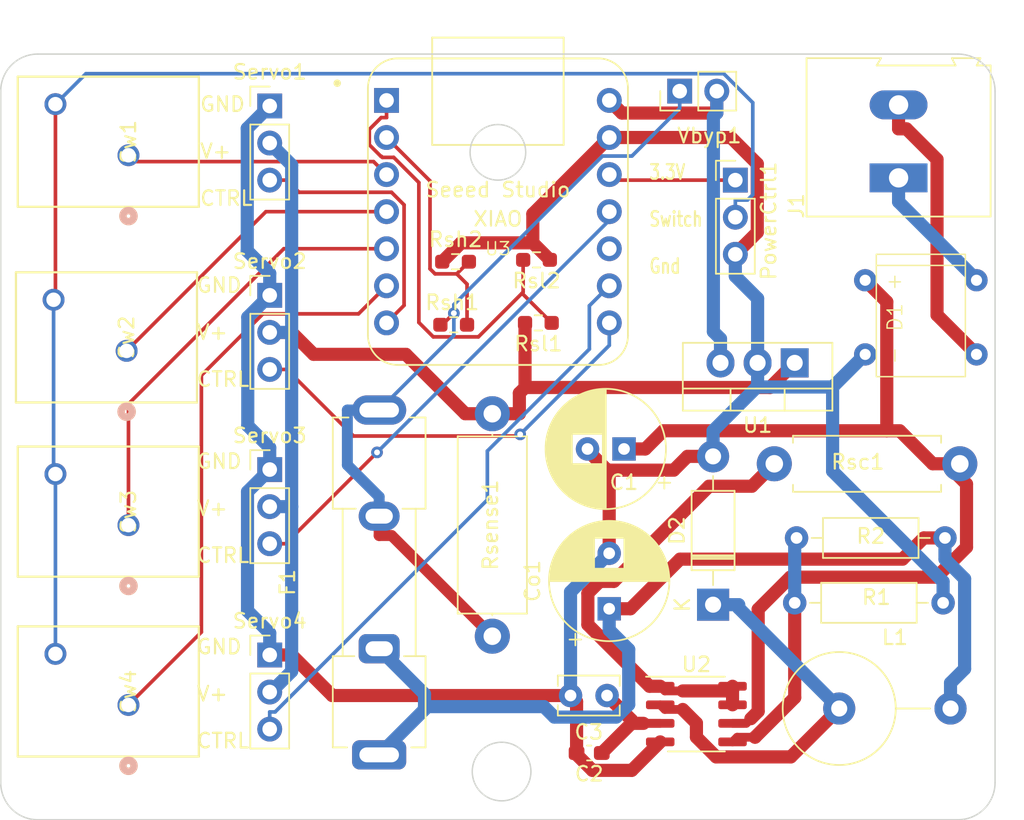
<source format=kicad_pcb>
(kicad_pcb (version 20221018) (generator pcbnew)
  (layers (0 "F.Cu" signal) (31 "B.Cu" signal) (34 "B.Paste" user) (35 "F.Paste" user) (36 "B.SilkS" user "B.Silkscreen") (37 "F.SilkS" user "F.Silkscreen") (38 "B.Mask" user) (39 "F.Mask" user) (44 "Edge.Cuts" user))
  (net 0 "")
  (net 1 "Net-(D1-+)")
  (net 2 "GND")
  (net 3 "Net-(U2-TC)")
  (net 4 "Net-(J1-Pin_1)")
  (net 5 "Net-(J1-Pin_2)")
  (net 6 "Net-(D2-K)")
  (net 7 "Net-(U2-Vfb)")
  (net 8 "Net-(U2-DC)")
  (net 9 "Net-(PowerCtrl1-Pin_1)")
  (net 10 "/Switch Ctrl")
  (net 11 "Net-(Servo1-Pin_3)")
  (net 12 "Net-(Co1-Pad1)")
  (net 13 "Net-(Servo3-Pin_3)")
  (net 14 "Net-(Servo4-Pin_3)")
  (net 15 "Net-(Sw1-Pin_1)")
  (net 16 "Net-(Sw2-Pin_1)")
  (net 17 "Net-(Sw3-Pin_1)")
  (net 18 "Net-(Sw4-Pin_1)")
  (net 19 "/Vboard")
  (net 20 "/RsenseH")
  (net 21 "/RsenseL")
  (net 22 "Net-(Servo2-Pin_3)")
  (net 23 "Net-(U1-VO)")
  (net 24 "/Vout")
  (footprint "Capacitor_THT:CP_Radial_D8.0mm_P3.80mm" (layer "F.Cu") (at 114.808 67.8427 90)
    (fp_text reference "Co1" (at 1.9 -5.25 90) (layer "F.SilkS"))
    (fp_text value "C_Polarized")
    (pad "1" thru_hole rect (at 0 0 90) (size 1.6 1.6) (drill 0.8) (layers "*.Cu" "*.Mask") (net 12 "Net-(Co1-Pad1)"))
    (pad "2" thru_hole circle (at 3.8 0 90) (size 1.6 1.6) (drill 0.8) (layers "*.Cu" "*.Mask") (net 2 "GND"))
  )
  (footprint "Package_TO_SOT_THT:TO-220-3_Vertical" (layer "F.Cu") (at 127.508 50.998 180)
    (fp_text reference "U1" (at 2.54 -4.27) (layer "F.SilkS"))
    (fp_text value "LM7805_TO220")
    (pad "1" thru_hole rect (at 0 0 180) (size 1.905 2) (drill 1.1) (layers "*.Cu" "*.Mask") (net 24 "/Vout"))
    (pad "2" thru_hole oval (at 2.54 0 180) (size 1.905 2) (drill 1.1) (layers "*.Cu" "*.Mask") (net 2 "GND"))
    (pad "3" thru_hole oval (at 5.08 0 180) (size 1.905 2) (drill 1.1) (layers "*.Cu" "*.Mask") (net 23 "Net-(U1-VO)"))
  )
  (footprint "Relay_parts:CONN_1985195" (layer "F.Cu") (at 81.8974 60.2636 90)
    (fp_text reference "Sw3" (at -0.925 0 90 unlocked) (layer "F.SilkS"))
    (fp_text value "Screw_Terminal_01x02" hide)
    (pad "1" thru_hole circle (at -1.85 0 90) (size 1.4986 1.4986) (drill 0.9906) (layers "*.Cu" "*.Mask") (net 17 "Net-(Sw3-Pin_1)"))
    (pad "2" thru_hole circle (at 1.650001 -5 90) (size 1.4986 1.4986) (drill 0.9906) (layers "*.Cu" "*.Mask") (net 10 "/Switch Ctrl"))
  )
  (footprint "Package_SO:SOIC-8_3.9x4.9mm_P1.27mm" (layer "F.Cu") (at 120.777 75.057)
    (fp_text reference "U2" (at 0 -3.4) (layer "F.SilkS"))
    (fp_text value "MC33063AD")
    (pad "1" smd roundrect (at -2.475 -1.905) (size 1.95 0.6) (layers "F.Cu" "F.Paste" "F.Mask") (net 8 "Net-(U2-DC)"))
    (pad "2" smd roundrect (at -2.475 -0.635) (size 1.95 0.6) (layers "F.Cu" "F.Paste" "F.Mask") (net 6 "Net-(D2-K)"))
    (pad "3" smd roundrect (at -2.475 0.635) (size 1.95 0.6) (layers "F.Cu" "F.Paste" "F.Mask") (net 3 "Net-(U2-TC)"))
    (pad "4" smd roundrect (at -2.475 1.905) (size 1.95 0.6) (layers "F.Cu" "F.Paste" "F.Mask") (net 2 "GND"))
    (pad "5" smd roundrect (at 2.475 1.905) (size 1.95 0.6) (layers "F.Cu" "F.Paste" "F.Mask") (net 7 "Net-(U2-Vfb)"))
    (pad "6" smd roundrect (at 2.475 0.635) (size 1.95 0.6) (layers "F.Cu" "F.Paste" "F.Mask") (net 1 "Net-(D1-+)"))
    (pad "7" smd roundrect (at 2.475 -0.635) (size 1.95 0.6) (layers "F.Cu" "F.Paste" "F.Mask") (net 8 "Net-(U2-DC)"))
    (pad "8" smd roundrect (at 2.475 -1.905) (size 1.95 0.6) (layers "F.Cu" "F.Paste" "F.Mask") (net 8 "Net-(U2-DC)"))
  )
  (footprint "Seeed Studio XIAO Series Library:XIAO-Generic-Thruhole-14P-2.54-21X17.8MM" (layer "F.Cu") (at 107.1903 40.64)
    (fp_text reference "U3" (at 0 2.54) (layer "F.SilkS") (effects (font (size 0.889 0.889) (thickness 0.1016))))
    (fp_text value "~" hide)
    (fp_text user "Seeed Studio" (at 0 -1.5 unlocked) (layer "F.SilkS"))
    (fp_text user "XIAO" (at 0 0.5 unlocked) (layer "F.SilkS"))
    (pad "1" thru_hole rect (at -7.625 -7.62) (size 1.7 1.7) (drill 1) (layers "*.Cu" "*.Mask") (net 21 "/RsenseL"))
    (pad "2" thru_hole circle (at -7.625 -5.08) (size 1.7 1.7) (drill 1) (layers "*.Cu" "*.Mask") (net 20 "/RsenseH"))
    (pad "3" thru_hole circle (at -7.625 -2.54) (size 1.7 1.7) (drill 1) (layers "*.Cu" "*.Mask") (net 15 "Net-(Sw1-Pin_1)"))
    (pad "4" thru_hole circle (at -7.625 0) (size 1.7 1.7) (drill 1) (layers "*.Cu" "*.Mask") (net 16 "Net-(Sw2-Pin_1)"))
    (pad "5" thru_hole circle (at -7.625 2.54) (size 1.7 1.7) (drill 1) (layers "*.Cu" "*.Mask") (net 17 "Net-(Sw3-Pin_1)"))
    (pad "6" thru_hole circle (at -7.625 5.08 180) (size 1.7 1.7) (drill 1) (layers "*.Cu" "*.Mask") (net 18 "Net-(Sw4-Pin_1)"))
    (pad "7" thru_hole circle (at -7.625 7.62) (size 1.7 1.7) (drill 1) (layers "*.Cu" "*.Mask") (net 11 "Net-(Servo1-Pin_3)"))
    (pad "8" thru_hole circle (at 7.625 7.62) (size 1.7 1.7) (drill 1) (layers "*.Cu" "*.Mask") (net 22 "Net-(Servo2-Pin_3)"))
    (pad "9" thru_hole circle (at 7.625 5.08) (size 1.7 1.7) (drill 1) (layers "*.Cu" "*.Mask") (net 14 "Net-(Servo4-Pin_3)"))
    (pad "10" thru_hole circle (at 7.625 2.54) (size 1.7 1.7) (drill 1) (layers "*.Cu" "*.Mask"))
    (pad "11" thru_hole circle (at 7.625 0) (size 1.7 1.7) (drill 1) (layers "*.Cu" "*.Mask") (net 13 "Net-(Servo3-Pin_3)"))
    (pad "12" thru_hole circle (at 7.625 -2.54) (size 1.7 1.7) (drill 1) (layers "*.Cu" "*.Mask") (net 9 "Net-(PowerCtrl1-Pin_1)"))
    (pad "13" thru_hole circle (at 7.625 -5.08) (size 1.7 1.7) (drill 1) (layers "*.Cu" "*.Mask") (net 2 "GND"))
    (pad "14" thru_hole circle (at 7.625 -7.62) (size 1.7 1.7) (drill 1) (layers "*.Cu" "*.Mask") (net 23 "Net-(U1-VO)"))
  )
  (footprint "Resistor_THT:R_Axial_DIN0414_L11.9mm_D4.5mm_P15.24mm_Horizontal" (layer "F.Cu") (at 106.807 69.723 90)
    (fp_text reference "Rsense1" (at 7.62 -0.127 90) (layer "F.SilkS"))
    (fp_text value "R")
    (pad "1" thru_hole circle (at 0 0 90) (size 2.4 2.4) (drill 1.2) (layers "*.Cu" "*.Mask") (net 19 "/Vboard"))
    (pad "2" thru_hole oval (at 15.24 0 90) (size 2.4 2.4) (drill 1.2) (layers "*.Cu" "*.Mask") (net 24 "/Vout"))
  )
  (footprint "Relay_parts:CONN_1985195" (layer "F.Cu") (at 81.8974 72.5826 90)
    (fp_text reference "Sw4" (at -0.925 0 90 unlocked) (layer "F.SilkS"))
    (fp_text value "Screw_Terminal_01x02" hide)
    (pad "1" thru_hole circle (at -1.85 0 90) (size 1.4986 1.4986) (drill 0.9906) (layers "*.Cu" "*.Mask") (net 18 "Net-(Sw4-Pin_1)"))
    (pad "2" thru_hole circle (at 1.650001 -5 90) (size 1.4986 1.4986) (drill 0.9906) (layers "*.Cu" "*.Mask") (net 10 "/Switch Ctrl"))
  )
  (footprint "Relay_parts:CONN_1985195" (layer "F.Cu") (at 81.7704 48.3256 90)
    (fp_text reference "Sw2" (at -0.925 0 90 unlocked) (layer "F.SilkS"))
    (fp_text value "Screw_Terminal_01x02" hide)
    (pad "1" thru_hole circle (at -1.85 0 90) (size 1.4986 1.4986) (drill 0.9906) (layers "*.Cu" "*.Mask") (net 16 "Net-(Sw2-Pin_1)"))
    (pad "2" thru_hole circle (at 1.650001 -5 90) (size 1.4986 1.4986) (drill 0.9906) (layers "*.Cu" "*.Mask") (net 10 "/Switch Ctrl"))
  )
  (footprint "Relay_parts:CONN_1985195" (layer "F.Cu") (at 81.8974 34.925 90)
    (fp_text reference "Sw1" (at -0.925 0 90 unlocked) (layer "F.SilkS"))
    (fp_text value "Screw_Terminal_01x02" hide)
    (pad "1" thru_hole circle (at -1.85 0 90) (size 1.4986 1.4986) (drill 0.9906) (layers "*.Cu" "*.Mask") (net 15 "Net-(Sw1-Pin_1)"))
    (pad "2" thru_hole circle (at 1.650001 -5 90) (size 1.4986 1.4986) (drill 0.9906) (layers "*.Cu" "*.Mask") (net 10 "/Switch Ctrl"))
  )
  (footprint "Resistor_THT:R_Axial_DIN0411_L9.9mm_D3.6mm_P12.70mm_Horizontal" (layer "F.Cu") (at 126.111 57.912)
    (fp_text reference "Rsc1" (at 5.715 -0.127) (layer "F.SilkS"))
    (fp_text value "R")
    (pad "1" thru_hole circle (at 0 0) (size 2.4 2.4) (drill 1.2) (layers "*.Cu" "*.Mask") (net 8 "Net-(U2-DC)"))
    (pad "2" thru_hole oval (at 12.7 0) (size 2.4 2.4) (drill 1.2) (layers "*.Cu" "*.Mask") (net 1 "Net-(D1-+)"))
  )
  (footprint "Capacitor_SMD:C_0603_1608Metric_Pad1.08x0.95mm_HandSolder" (layer "F.Cu") (at 113.4375 77.724 180)
    (fp_text reference "C2" (at 0 -1.43) (layer "F.SilkS"))
    (fp_text value "Ct")
    (pad "1" smd roundrect (at -0.8625 0 180) (size 1.075 0.95) (layers "F.Cu" "F.Paste" "F.Mask") (net 3 "Net-(U2-TC)"))
    (pad "2" smd roundrect (at 0.8625 0 180) (size 1.075 0.95) (layers "F.Cu" "F.Paste" "F.Mask") (net 2 "GND"))
  )
  (footprint "Resistor_SMD:R_0603_1608Metric_Pad0.98x0.95mm_HandSolder" (layer "F.Cu") (at 104.2905 44.069)
    (fp_text reference "Rsh2" (at 0 -1.524) (layer "F.SilkS"))
    (fp_text value "R")
    (pad "1" smd roundrect (at -0.9125 0) (size 0.975 0.95) (layers "F.Cu" "F.Paste" "F.Mask") (net 2 "GND"))
    (pad "2" smd roundrect (at 0.9125 0) (size 0.975 0.95) (layers "F.Cu" "F.Paste" "F.Mask") (net 20 "/RsenseH"))
  )
  (footprint "Fuse:Fuseholder_Clip-5x20mm_Keystone_3512P_Inline_P23.62x7.27mm_D1.02x2.41x1.02x1.57mm_Horizontal" (layer "F.Cu") (at 99.06 77.85 90)
    (fp_text reference "F1" (at 11.81 -6.278 90) (layer "F.SilkS"))
    (fp_text value "Fuse_Small")
    (pad "1" thru_hole roundrect (at 0 0 90) (size 2 3.7) (drill oval 1.02 2.71) (layers "*.Cu" "*.Mask") (net 12 "Net-(Co1-Pad1)"))
    (pad "1" thru_hole roundrect (at 7.27 0 90) (size 2 2.8) (drill oval 1.02 1.87) (layers "*.Cu" "*.Mask") (net 12 "Net-(Co1-Pad1)"))
    (pad "2" thru_hole oval (at 16.35 0 90) (size 2 2.8) (drill oval 1.02 1.87) (layers "*.Cu" "*.Mask") (net 19 "/Vboard"))
    (pad "2" thru_hole oval (at 23.62 0 90) (size 2 3.7) (drill oval 1.02 2.71) (layers "*.Cu" "*.Mask") (net 19 "/Vboard"))
  )
  (footprint "Diode_THT:D_DO-41_SOD81_P10.16mm_Horizontal" (layer "F.Cu") (at 121.92 67.564 90)
    (fp_text reference "D2" (at 5.08 -2.47 90) (layer "F.SilkS"))
    (fp_text value "1N5819")
    (fp_text user "K" (at 0 -2.1 90) (layer "F.SilkS"))
    (pad "1" thru_hole rect (at 0 0 90) (size 2.2 2.2) (drill 1.1) (layers "*.Cu" "*.Mask") (net 6 "Net-(D2-K)"))
    (pad "2" thru_hole oval (at 10.16 0 90) (size 2.2 2.2) (drill 1.1) (layers "*.Cu" "*.Mask") (net 2 "GND"))
  )
  (footprint "Resistor_SMD:R_0603_1608Metric_Pad0.98x0.95mm_HandSolder" (layer "F.Cu") (at 104.1635 48.387 180)
    (fp_text reference "Rsh1" (at 0.1035 1.524) (layer "F.SilkS"))
    (fp_text value "R")
    (pad "1" smd roundrect (at -0.9125 0 180) (size 0.975 0.95) (layers "F.Cu" "F.Paste" "F.Mask") (net 20 "/RsenseH"))
    (pad "2" smd roundrect (at 0.9125 0 180) (size 0.975 0.95) (layers "F.Cu" "F.Paste" "F.Mask") (net 19 "/Vboard"))
  )
  (footprint "Connector_PinHeader_2.54mm:PinHeader_1x03_P2.54mm_Vertical" (layer "F.Cu") (at 91.567 58.308)
    (fp_text reference "Servo3" (at 0 -2.33) (layer "F.SilkS"))
    (fp_text value "Conn_01x03_Pin")
    (pad "1" thru_hole rect (at 0 0) (size 1.7 1.7) (drill 1) (layers "*.Cu" "*.Mask") (net 2 "GND"))
    (pad "2" thru_hole oval (at 0 2.54) (size 1.7 1.7) (drill 1) (layers "*.Cu" "*.Mask") (net 24 "/Vout"))
    (pad "3" thru_hole oval (at 0 5.08) (size 1.7 1.7) (drill 1) (layers "*.Cu" "*.Mask") (net 13 "Net-(Servo3-Pin_3)"))
  )
  (footprint "Capacitor_THT:C_Rect_L4.0mm_W2.5mm_P2.50mm" (layer "F.Cu") (at 114.661 73.787 180)
    (fp_text reference "C3" (at 1.25 -2.5 180) (layer "F.SilkS"))
    (fp_text value "Ct")
    (pad "1" thru_hole circle (at 0 0 180) (size 1.6 1.6) (drill 0.8) (layers "*.Cu" "*.Mask") (net 3 "Net-(U2-TC)"))
    (pad "2" thru_hole circle (at 2.5 0 180) (size 1.6 1.6) (drill 0.8) (layers "*.Cu" "*.Mask") (net 2 "GND"))
  )
  (footprint "Connector_PinHeader_2.54mm:PinHeader_1x02_P2.54mm_Vertical" (layer "F.Cu") (at 119.634 32.385 90)
    (fp_text reference "Vbyp1" (at -3.048 2.032 180) (layer "F.SilkS"))
    (fp_text value "Conn_01x02_Pin")
    (pad "1" thru_hole rect (at 0 0 90) (size 1.7 1.7) (drill 1) (layers "*.Cu" "*.Mask") (net 19 "/Vboard"))
    (pad "2" thru_hole oval (at 0 2.54 90) (size 1.7 1.7) (drill 1) (layers "*.Cu" "*.Mask") (net 23 "Net-(U1-VO)"))
  )
  (footprint "Connector_PinHeader_2.54mm:PinHeader_1x03_P2.54mm_Vertical" (layer "F.Cu") (at 91.567 33.401)
    (fp_text reference "Servo1" (at 0 -2.33) (layer "F.SilkS"))
    (fp_text value "Conn_01x03_Pin")
    (pad "1" thru_hole rect (at 0 0) (size 1.7 1.7) (drill 1) (layers "*.Cu" "*.Mask") (net 2 "GND"))
    (pad "2" thru_hole oval (at 0 2.54) (size 1.7 1.7) (drill 1) (layers "*.Cu" "*.Mask") (net 24 "/Vout"))
    (pad "3" thru_hole oval (at 0 5.08) (size 1.7 1.7) (drill 1) (layers "*.Cu" "*.Mask") (net 11 "Net-(Servo1-Pin_3)"))
  )
  (footprint "Capacitor_THT:CP_Radial_D8.0mm_P2.50mm" (layer "F.Cu") (at 115.824 56.896 180)
    (fp_text reference "C1" (at 0.009651 -2.286) (layer "F.SilkS"))
    (fp_text value "C_Polarized")
    (pad "1" thru_hole rect (at 0 0 180) (size 1.6 1.6) (drill 0.8) (layers "*.Cu" "*.Mask") (net 1 "Net-(D1-+)"))
    (pad "2" thru_hole circle (at 2.5 0 180) (size 1.6 1.6) (drill 0.8) (layers "*.Cu" "*.Mask") (net 2 "GND"))
  )
  (footprint "Connector_PinHeader_2.54mm:PinHeader_1x03_P2.54mm_Vertical" (layer "F.Cu") (at 91.567 46.37)
    (fp_text reference "Servo2" (at 0 -2.33) (layer "F.SilkS"))
    (fp_text value "Conn_01x03_Pin")
    (pad "1" thru_hole rect (at 0 0) (size 1.7 1.7) (drill 1) (layers "*.Cu" "*.Mask") (net 2 "GND"))
    (pad "2" thru_hole oval (at 0 2.54) (size 1.7 1.7) (drill 1) (layers "*.Cu" "*.Mask") (net 24 "/Vout"))
    (pad "3" thru_hole oval (at 0 5.08) (size 1.7 1.7) (drill 1) (layers "*.Cu" "*.Mask") (net 22 "Net-(Servo2-Pin_3)"))
  )
  (footprint "Inductor_THT:L_Axial_L16.0mm_D7.5mm_P7.62mm_Vertical_Fastron_XHBCC" (layer "F.Cu") (at 130.556 74.676)
    (fp_text reference "L1" (at 3.81 -4.87) (layer "F.SilkS"))
    (fp_text value "L")
    (pad "1" thru_hole circle (at 0 0) (size 2.2 2.2) (drill 1.1) (layers "*.Cu" "*.Mask") (net 6 "Net-(D2-K)"))
    (pad "2" thru_hole oval (at 7.62 0) (size 2.2 2.2) (drill 1.1) (layers "*.Cu" "*.Mask") (net 12 "Net-(Co1-Pad1)"))
  )
  (footprint "Connector_PinHeader_2.54mm:PinHeader_1x03_P2.54mm_Vertical" (layer "F.Cu") (at 123.444 38.481)
    (fp_text reference "PowerCtrl1" (at 2.286 2.794 90) (layer "F.SilkS"))
    (fp_text value "Conn_01x03_Pin")
    (pad "1" thru_hole rect (at 0 0) (size 1.7 1.7) (drill 1) (layers "*.Cu" "*.Mask") (net 9 "Net-(PowerCtrl1-Pin_1)"))
    (pad "2" thru_hole oval (at 0 2.54) (size 1.7 1.7) (drill 1) (layers "*.Cu" "*.Mask") (net 10 "/Switch Ctrl"))
    (pad "3" thru_hole oval (at 0 5.08) (size 1.7 1.7) (drill 1) (layers "*.Cu" "*.Mask") (net 2 "GND"))
  )
  (footprint "Resistor_THT:R_Axial_DIN0207_L6.3mm_D2.5mm_P10.16mm_Horizontal" (layer "F.Cu") (at 127.508 67.437)
    (fp_text reference "R1" (at 5.588 -0.381) (layer "F.SilkS"))
    (fp_text value "R")
    (pad "1" thru_hole circle (at 0 0) (size 1.6 1.6) (drill 0.8) (layers "*.Cu" "*.Mask") (net 7 "Net-(U2-Vfb)"))
    (pad "2" thru_hole oval (at 10.16 0) (size 1.6 1.6) (drill 0.8) (layers "*.Cu" "*.Mask") (net 2 "GND"))
  )
  (footprint "Resistor_THT:R_Axial_DIN0207_L6.3mm_D2.5mm_P10.16mm_Horizontal" (layer "F.Cu") (at 127.635 62.992)
    (fp_text reference "R2" (at 5.08 -0.127) (layer "F.SilkS"))
    (fp_text value "R")
    (pad "1" thru_hole circle (at 0 0) (size 1.6 1.6) (drill 0.8) (layers "*.Cu" "*.Mask") (net 7 "Net-(U2-Vfb)"))
    (pad "2" thru_hole oval (at 10.16 0) (size 1.6 1.6) (drill 0.8) (layers "*.Cu" "*.Mask") (net 12 "Net-(Co1-Pad1)"))
  )
  (footprint "TerminalBlock:TerminalBlock_Altech_AK300-2_P5.00mm" (layer "F.Cu") (at 134.62 38.325 90)
    (fp_text reference "J1" (at -1.92 -6.99 90) (layer "F.SilkS"))
    (fp_text value "24Vac")
    (pad "1" thru_hole rect (at 0 0 90) (size 1.98 3.96) (drill 1.32) (layers "*.Cu" "*.Mask") (net 4 "Net-(J1-Pin_1)"))
    (pad "2" thru_hole oval (at 5 0 90) (size 1.98 3.96) (drill 1.32) (layers "*.Cu" "*.Mask") (net 5 "Net-(J1-Pin_2)"))
  )
  (footprint "Connector_PinHeader_2.54mm:PinHeader_1x03_P2.54mm_Vertical" (layer "F.Cu") (at 91.567 71.008)
    (fp_text reference "Servo4" (at 0 -2.33) (layer "F.SilkS"))
    (fp_text value "Conn_01x03_Pin")
    (pad "1" thru_hole rect (at 0 0) (size 1.7 1.7) (drill 1) (layers "*.Cu" "*.Mask") (net 2 "GND"))
    (pad "2" thru_hole oval (at 0 2.54) (size 1.7 1.7) (drill 1) (layers "*.Cu" "*.Mask") (net 24 "/Vout"))
    (pad "3" thru_hole oval (at 0 5.08) (size 1.7 1.7) (drill 1) (layers "*.Cu" "*.Mask") (net 14 "Net-(Servo4-Pin_3)"))
  )
  (footprint "Resistor_SMD:R_0603_1608Metric_Pad0.98x0.95mm_HandSolder" (layer "F.Cu") (at 109.9585 48.26 180)
    (fp_text reference "Rsl1" (at 0 -1.43) (layer "F.SilkS"))
    (fp_text value "R")
    (pad "1" smd roundrect (at -0.9125 0 180) (size 0.975 0.95) (layers "F.Cu" "F.Paste" "F.Mask") (net 21 "/RsenseL"))
    (pad "2" smd roundrect (at 0.9125 0 180) (size 0.975 0.95) (layers "F.Cu" "F.Paste" "F.Mask") (net 24 "/Vout"))
  )
  (footprint "CustomParts:DB_M" (layer "F.Cu") (at 134.874 47.879 90)
    (fp_text reference "D1" (at 0 -0.5 90 unlocked) (layer "F.SilkS") (effects (font (thickness 0.1))))
    (fp_text value "D_Bridge_+-AA")
    (fp_text user "-     +" (at -3.302 0 90 unlocked) (layer "F.SilkS") (effects (font (thickness 0.1)) (justify left bottom)))
    (pad "1" thru_hole circle (at 2.54 -2.54 90) (size 1.524 1.524) (drill 0.762) (layers "*.Cu" "*.Mask") (net 1 "Net-(D1-+)"))
    (pad "2" thru_hole circle (at -2.54 -2.54 90) (size 1.524 1.524) (drill 0.762) (layers "*.Cu" "*.Mask") (net 2 "GND"))
    (pad "3" thru_hole circle (at -2.54 5.08 90) (size 1.524 1.524) (drill 0.762) (layers "*.Cu" "*.Mask") (net 5 "Net-(J1-Pin_2)"))
    (pad "4" thru_hole circle (at 2.54 5.08 90) (size 1.524 1.524) (drill 0.762) (layers "*.Cu" "*.Mask") (net 4 "Net-(J1-Pin_1)"))
  )
  (footprint "Resistor_SMD:R_0603_1608Metric_Pad0.98x0.95mm_HandSolder" (layer "F.Cu") (at 109.8315 43.942 180)
    (fp_text reference "Rsl2" (at 0 -1.43) (layer "F.SilkS"))
    (fp_text value "R")
    (pad "1" smd roundrect (at -0.9125 0 180) (size 0.975 0.95) (layers "F.Cu" "F.Paste" "F.Mask") (net 2 "GND"))
    (pad "2" smd roundrect (at 0.9125 0 180) (size 0.975 0.95) (layers "F.Cu" "F.Paste" "F.Mask") (net 21 "/RsenseL"))
  )
  (gr_line (start 73.151999 32.384999) (end 73.152 79.755999) (stroke (width 0.1)) (layer "Edge.Cuts"))
  (gr_line (start 138.684 29.845) (end 75.691999 29.844999) (stroke (width 0.1)) (layer "Edge.Cuts"))
  (gr_arc (start 138.684 29.845) (mid 140.480051 30.588949) (end 141.224 32.385) (stroke (width 0.1)) (layer "Edge.Cuts"))
  (gr_circle (center 107.442 78.994) (end 108.077 80.899) (stroke (width 0.1)) (fill none) (layer "Edge.Cuts"))
  (gr_circle (center 107.188 36.576) (end 107.188 38.481) (stroke (width 0.1)) (fill none) (layer "Edge.Cuts"))
  (gr_arc (start 75.692 82.295999) (mid 73.895949 81.55205) (end 73.152 79.755999) (stroke (width 0.1)) (layer "Edge.Cuts"))
  (gr_arc (start 73.151999 32.384999) (mid 73.895948 30.588948) (end 75.691999 29.844999) (stroke (width 0.1)) (layer "Edge.Cuts"))
  (gr_line (start 75.692 82.295999) (end 138.684001 82.296) (stroke (width 0.1)) (layer "Edge.Cuts"))
  (gr_line (start 141.224001 79.756) (end 141.224 32.385) (stroke (width 0.1)) (layer "Edge.Cuts"))
  (gr_arc (start 141.224001 79.756) (mid 140.480052 81.552051) (end 138.684001 82.296) (stroke (width 0.1)) (layer "Edge.Cuts"))
  (gr_text "GND\n\nV+\n\nCTRL" (at 86.487 64.77) (layer "F.SilkS") (effects (font (size 1 1)) (justify left bottom)))
  (gr_text "GND\n\nV+\n\nCTRL" (at 86.487 52.705) (layer "F.SilkS") (effects (font (size 1 1)) (justify left bottom)))
  (gr_text "3.3V\n\nSwitch\n\nGnd" (at 117.475 44.958) (layer "F.SilkS") (effects (font (size 1 0.75)) (justify left bottom)))
  (gr_text "GND\n\nV+\n\nCTRL" (at 86.7156 40.3077) (layer "F.SilkS") (effects (font (size 1 1)) (justify left bottom)))
  (gr_text "GND\n\nV+\n\nCTRL" (at 86.487 77.47) (layer "F.SilkS") (effects (font (size 1 1)) (justify left bottom)))
  (segment (start 124.1877 75.692) (end 124.5067 75.373) (width 0.601) (layer "F.Cu") (net 1))
  (segment (start 138.811 57.912) (end 137.8851 57.912) (width 0.9) (layer "F.Cu") (net 1))
  (segment (start 127.2063 65.6785) (end 125.0081 67.8767) (width 0.9) (layer "F.Cu") (net 1))
  (segment (start 132.334 45.339) (end 133.8109 46.8159) (width 0.9) (layer "F.Cu") (net 1))
  (segment (start 137.8851 57.912) (end 139.2711 59.298) (width 0.9) (layer "F.Cu") (net 1))
  (segment (start 123.252 75.692) (end 124.1877 75.692) (width 0.601) (layer "F.Cu") (net 1))
  (segment (start 133.8109 46.8159) (end 133.8109 55.6499) (width 0.9) (layer "F.Cu") (net 1))
  (segment (start 139.2711 63.6263) (end 137.2189 65.6785) (width 0.9) (layer "F.Cu") (net 1))
  (segment (start 139.2711 59.298) (end 139.2711 63.6263) (width 0.9) (layer "F.Cu") (net 1))
  (segment (start 118.522 55.6499) (end 133.8109 55.6499) (width 0.9) (layer "F.Cu") (net 1))
  (segment (start 125.0081 74.8716) (end 124.5067 75.373) (width 0.9) (layer "F.Cu") (net 1))
  (segment (start 133.8109 55.6499) (end 134.697 55.6499) (width 0.9) (layer "F.Cu") (net 1))
  (segment (start 137.8851 57.912) (end 136.9591 57.912) (width 0.9) (layer "F.Cu") (net 1))
  (segment (start 117.2759 56.896) (end 118.522 55.6499) (width 0.9) (layer "F.Cu") (net 1))
  (segment (start 137.2189 65.6785) (end 127.2063 65.6785) (width 0.9) (layer "F.Cu") (net 1))
  (segment (start 125.0081 67.8767) (end 125.0081 74.8716) (width 0.9) (layer "F.Cu") (net 1))
  (segment (start 115.824 56.896) (end 117.2759 56.896) (width 0.9) (layer "F.Cu") (net 1))
  (segment (start 134.697 55.6499) (end 136.9591 57.912) (width 0.9) (layer "F.Cu") (net 1))
  (segment (start 114.8153 35.56) (end 109.5789 40.7964) (width 0.9) (layer "F.Cu") (net 2))
  (segment (start 113.324 56.9962) (end 113.324 56.896) (width 0.9) (layer "F.Cu") (net 2))
  (segment (start 123.444 43.561) (end 124.9459 42.0591) (width 0.9) (layer "F.Cu") (net 2))
  (segment (start 120.1681 57.404) (end 119.2242 58.3479) (width 0.9) (layer "F.Cu") (net 2))
  (segment (start 114.6757 58.3479) (end 113.324 56.9962) (width 0.9) (layer "F.Cu") (net 2))
  (segment (start 112.575 77.724) (end 112.575 74.201) (width 0.9) (layer "F.Cu") (net 2))
  (segment (start 112.575 74.201) (end 112.161 73.787) (width 0.9) (layer "F.Cu") (net 2))
  (segment (start 109.5789 40.7964) (end 109.5789 42.7769) (width 0.9) (layer "F.Cu") (net 2))
  (segment (start 124.9459 37.361) (end 123.1449 35.56) (width 0.9) (layer "F.Cu") (net 2))
  (segment (start 91.567 71.008) (end 93.0689 71.008) (width 0.9) (layer "F.Cu") (net 2))
  (segment (start 123.1449 35.56) (end 114.8153 35.56) (width 0.9) (layer "F.Cu") (net 2))
  (segment (start 118.302 76.962) (end 116.3513 78.9127) (width 0.9) (layer "F.Cu") (net 2))
  (segment (start 124.9459 42.0591) (end 124.9459 37.361) (width 0.9) (layer "F.Cu") (net 2))
  (segment (start 109.5789 42.7769) (end 110.744 43.942) (width 0.9) (layer "F.Cu") (net 2))
  (segment (start 95.8479 73.787) (end 93.0689 71.008) (width 0.9) (layer "F.Cu") (net 2))
  (segment (start 112.575 77.829) (end 112.575 77.724) (width 0.9) (layer "F.Cu") (net 2))
  (segment (start 121.92 57.404) (end 120.1681 57.404) (width 0.9) (layer "F.Cu") (net 2))
  (segment (start 114.808 58.3479) (end 114.6757 58.3479) (width 0.9) (layer "F.Cu") (net 2))
  (segment (start 114.808 58.3479) (end 114.808 64.0427) (width 0.9) (layer "F.Cu") (net 2))
  (segment (start 112.161 73.787) (end 95.8479 73.787) (width 0.9) (layer "F.Cu") (net 2))
  (segment (start 113.6587 78.9127) (end 112.575 77.829) (width 0.9) (layer "F.Cu") (net 2))
  (segment (start 109.5789 42.7769) (end 104.6701 42.7769) (width 0.9) (layer "F.Cu") (net 2))
  (segment (start 104.6701 42.7769) (end 103.378 44.069) (width 0.9) (layer "F.Cu") (net 2))
  (segment (start 116.3513 78.9127) (end 113.6587 78.9127) (width 0.9) (layer "F.Cu") (net 2))
  (segment (start 119.2242 58.3479) (end 114.808 58.3479) (width 0.9) (layer "F.Cu") (net 2))
  (segment (start 90.0645 47.8725) (end 91.567 46.37) (width 0.9) (layer "B.Cu") (net 2))
  (segment (start 137.668 67.437) (end 137.668 65.9851) (width 0.9) (layer "B.Cu") (net 2))
  (segment (start 91.567 56.8061) (end 90.0645 55.3036) (width 0.9) (layer "B.Cu") (net 2))
  (segment (start 124.968 50.998) (end 124.968 52.6499) (width 0.9) (layer "B.Cu") (net 2))
  (segment (start 121.92 57.404) (end 121.92 55.6521) (width 0.9) (layer "B.Cu") (net 2))
  (segment (start 91.567 46.37) (end 91.567 44.8681) (width 0.9) (layer "B.Cu") (net 2))
  (segment (start 130.1031 58.4202) (end 130.1031 52.6499) (width 0.9) (layer "B.Cu") (net 2))
  (segment (start 90.047 67.9861) (end 90.047 59.828) (width 0.9) (layer "B.Cu") (net 2))
  (segment (start 130.1031 52.6499) (end 124.968 52.6499) (width 0.9) (layer "B.Cu") (net 2))
  (segment (start 112.161 66.6897) (end 112.161 73.787) (width 0.9) (layer "B.Cu") (net 2))
  (segment (start 123.444 45.0629) (end 124.968 46.5869) (width 0.9) (layer "B.Cu") (net 2))
  (segment (start 90.047 59.828) (end 91.567 58.308) (width 0.9) (layer "B.Cu") (net 2))
  (segment (start 90.0303 43.3314) (end 90.0303 34.9377) (width 0.9) (layer "B.Cu") (net 2))
  (segment (start 91.567 58.308) (end 91.567 56.8061) (width 0.9) (layer "B.Cu") (net 2))
  (segment (start 90.0303 34.9377) (end 91.567 33.401) (width 0.9) (layer "B.Cu") (net 2))
  (segment (start 121.92 55.6521) (end 124.9222 52.6499) (width 0.9) (layer "B.Cu") (net 2))
  (segment (start 124.968 46.5869) (end 124.968 50.998) (width 0.9) (layer "B.Cu") (net 2))
  (segment (start 124.9222 52.6499) (end 124.968 52.6499) (width 0.9) (layer "B.Cu") (net 2))
  (segment (start 123.444 43.561) (end 123.444 45.0629) (width 0.9) (layer "B.Cu") (net 2))
  (segment (start 114.808 64.0427) (end 112.161 66.6897) (width 0.9) (layer "B.Cu") (net 2))
  (segment (start 91.567 44.8681) (end 90.0303 43.3314) (width 0.9) (layer "B.Cu") (net 2))
  (segment (start 132.334 50.419) (end 130.1031 52.6499) (width 0.9) (layer "B.Cu") (net 2))
  (segment (start 137.668 65.9851) (end 130.1031 58.4202) (width 0.9) (layer "B.Cu") (net 2))
  (segment (start 91.567 71.008) (end 91.567 69.5061) (width 0.9) (layer "B.Cu") (net 2))
  (segment (start 90.0645 55.3036) (end 90.0645 47.8725) (width 0.9) (layer "B.Cu") (net 2))
  (segment (start 91.567 69.5061) (end 90.047 67.9861) (width 0.9) (layer "B.Cu") (net 2))
  (segment (start 116.332 75.458) (end 114.661 73.787) (width 0.9) (layer "F.Cu") (net 3))
  (segment (start 118.302 75.692) (end 117.1532 75.692) (width 0.601) (layer "F.Cu") (net 3))
  (segment (start 116.332 75.692) (end 117.1532 75.692) (width 0.9) (layer "F.Cu") (net 3))
  (segment (start 116.332 75.692) (end 116.332 75.458) (width 0.9) (layer "F.Cu") (net 3))
  (segment (start 114.3 77.724) (end 116.332 75.692) (width 0.9) (layer "F.Cu") (net 3))
  (segment (start 134.62 38.325) (end 134.62 39.9669) (width 0.9) (layer "B.Cu") (net 4))
  (segment (start 139.954 45.339) (end 139.954 45.3009) (width 0.9) (layer "B.Cu") (net 4))
  (segment (start 139.954 45.3009) (end 134.62 39.9669) (width 0.9) (layer "B.Cu") (net 4))
  (segment (start 134.62 33.325) (end 134.62 34.9669) (width 0.9) (layer "F.Cu") (net 5))
  (segment (start 135.1587 34.9669) (end 134.62 34.9669) (width 0.9) (layer "F.Cu") (net 5))
  (segment (start 137.2519 37.0601) (end 135.1587 34.9669) (width 0.9) (layer "F.Cu") (net 5))
  (segment (start 139.954 50.419) (end 137.2519 47.7169) (width 0.9) (layer "F.Cu") (net 5))
  (segment (start 137.2519 47.7169) (end 137.2519 37.0601) (width 0.9) (layer "F.Cu") (net 5))
  (segment (start 130.556 74.676) (end 127.2421 77.9899) (width 0.9) (layer "F.Cu") (net 6))
  (segment (start 120.7805 76.6404) (end 120.7805 75.6786) (width 0.9) (layer "F.Cu") (net 6))
  (segment (start 118.621 74.741) (end 118.302 74.422) (width 0.601) (layer "F.Cu") (net 6))
  (segment (start 127.2421 77.9899) (end 122.13 77.9899) (width 0.9) (layer "F.Cu") (net 6))
  (segment (start 120.7805 75.6786) (end 119.8429 74.741) (width 0.9) (layer "F.Cu") (net 6))
  (segment (start 119.8429 74.741) (end 118.621 74.741) (width 0.601) (layer "F.Cu") (net 6))
  (segment (start 122.13 77.9899) (end 120.7805 76.6404) (width 0.9) (layer "F.Cu") (net 6))
  (segment (start 121.92 67.564) (end 123.6719 67.564) (width 0.9) (layer "B.Cu") (net 6))
  (segment (start 123.6719 67.7919) (end 123.6719 67.564) (width 0.9) (layer "B.Cu") (net 6))
  (segment (start 130.556 74.676) (end 123.6719 67.7919) (width 0.9) (layer "B.Cu") (net 6))
  (segment (start 124.7929 76.643) (end 124.795 76.643) (width 0.9) (layer "F.Cu") (net 7))
  (segment (start 124.7929 76.643) (end 123.571 76.643) (width 0.601) (layer "F.Cu") (net 7))
  (segment (start 124.795 76.643) (end 127.508 73.93) (width 0.9) (layer "F.Cu") (net 7))
  (segment (start 123.571 76.643) (end 123.252 76.962) (width 0.601) (layer "F.Cu") (net 7))
  (segment (start 127.508 73.93) (end 127.508 67.437) (width 0.9) (layer "F.Cu") (net 7))
  (segment (start 127.508 63.119) (end 127.508 67.437) (width 0.9) (layer "B.Cu") (net 7))
  (segment (start 127.635 62.992) (end 127.508 63.119) (width 0.9) (layer "B.Cu") (net 7))
  (segment (start 113.3468 66.7804) (end 113.3468 68.9296) (width 0.9) (layer "F.Cu") (net 8))
  (segment (start 126.111 57.912) (end 124.5747 59.4483) (width 0.9) (layer "F.Cu") (net 8))
  (segment (start 114.1589 65.9683) (end 113.3468 66.7804) (width 0.9) (layer "F.Cu") (net 8))
  (segment (start 121.6441 59.4483) (end 115.1241 65.9683) (width 0.9) (layer "F.Cu") (net 8))
  (segment (start 124.5747 59.4483) (end 121.6441 59.4483) (width 0.9) (layer "F.Cu") (net 8))
  (segment (start 113.3468 68.9296) (end 117.5692 73.152) (width 0.9) (layer "F.Cu") (net 8))
  (segment (start 123.252 74.422) (end 123.252 73.471) (width 0.9) (layer "F.Cu") (net 8))
  (segment (start 123.252 73.471) (end 119.8429 73.471) (width 0.9) (layer "F.Cu") (net 8))
  (segment (start 115.1241 65.9683) (end 114.1589 65.9683) (width 0.9) (layer "F.Cu") (net 8))
  (segment (start 123.252 73.471) (end 123.252 73.152) (width 0.9) (layer "F.Cu") (net 8))
  (segment (start 117.5692 73.152) (end 118.302 73.152) (width 0.9) (layer "F.Cu") (net 8))
  (segment (start 119.8429 73.471) (end 118.621 73.471) (width 0.601) (layer "F.Cu") (net 8))
  (segment (start 118.621 73.471) (end 118.302 73.152) (width 0.601) (layer "F.Cu") (net 8))
  (segment (start 115.1963 38.481) (end 114.8153 38.1) (width 0.25) (layer "F.Cu") (net 9))
  (segment (start 123.444 38.481) (end 115.1963 38.481) (width 0.25) (layer "F.Cu") (net 9))
  (segment (start 76.7704 46.6756) (end 76.8974 46.5486) (width 0.25) (layer "F.Cu") (net 10))
  (segment (start 76.8974 46.5486) (end 76.8974 33.275) (width 0.25) (layer "F.Cu") (net 10))
  (segment (start 78.9838 31.1886) (end 122.6507 31.1886) (width 0.25) (layer "B.Cu") (net 10))
  (segment (start 124.638 33.1759) (end 124.638 39.4824) (width 0.25) (layer "B.Cu") (net 10))
  (segment (start 76.8974 70.9326) (end 76.8974 58.6136) (width 0.25) (layer "B.Cu") (net 10))
  (segment (start 124.2763 39.8441) (end 123.444 39.8441) (width 0.25) (layer "B.Cu") (net 10))
  (segment (start 122.6507 31.1886) (end 124.638 33.1759) (width 0.25) (layer "B.Cu") (net 10))
  (segment (start 76.8974 33.275) (end 78.9838 31.1886) (width 0.25) (layer "B.Cu") (net 10))
  (segment (start 124.638 39.4824) (end 124.2763 39.8441) (width 0.25) (layer "B.Cu") (net 10))
  (segment (start 123.444 41.021) (end 123.444 39.8441) (width 0.25) (layer "B.Cu") (net 10))
  (segment (start 76.7704 58.4866) (end 76.8974 58.6136) (width 0.25) (layer "B.Cu") (net 10))
  (segment (start 76.7704 46.6756) (end 76.7704 58.4866) (width 0.25) (layer "B.Cu") (net 10))
  (segment (start 93.5761 39.3132) (end 92.7439 38.481) (width 0.25) (layer "F.Cu") (net 11))
  (segment (start 99.9029 39.3132) (end 93.5761 39.3132) (width 0.25) (layer "F.Cu") (net 11))
  (segment (start 100.7654 47.0599) (end 100.7654 40.1757) (width 0.25) (layer "F.Cu") (net 11))
  (segment (start 91.567 38.481) (end 92.7439 38.481) (width 0.25) (layer "F.Cu") (net 11))
  (segment (start 99.5653 48.26) (end 100.7654 47.0599) (width 0.25) (layer "F.Cu") (net 11))
  (segment (start 100.7654 40.1757) (end 99.9029 39.3132) (width 0.25) (layer "F.Cu") (net 11))
  (segment (start 119.6587 64.4439) (end 116.2599 67.8427) (width 0.9) (layer "F.Cu") (net 12))
  (segment (start 137.795 62.992) (end 136.3431 62.992) (width 0.9) (layer "F.Cu") (net 12))
  (segment (start 136.3431 62.992) (end 134.8912 64.4439) (width 0.9) (layer "F.Cu") (net 12))
  (segment (start 114.808 67.8427) (end 116.2599 67.8427) (width 0.9) (layer "F.Cu") (net 12))
  (segment (start 134.8912 64.4439) (end 119.6587 64.4439) (width 0.9) (layer "F.Cu") (net 12))
  (segment (start 139.1389 65.7878) (end 139.1389 71.9612) (width 0.9) (layer "B.Cu") (net 12))
  (segment (start 116.1427 70.6293) (end 116.1427 74.4083) (width 0.9) (layer "B.Cu") (net 12))
  (segment (start 99.06 70.58) (end 102.1642 73.6842) (width 0.9) (layer "B.Cu") (net 12))
  (segment (start 102.1642 74.5467) (end 102.1642 74.7458) (width 0.9) (layer "B.Cu") (net 12))
  (segment (start 139.1389 71.9612) (end 138.176 72.9241) (width 0.9) (layer "B.Cu") (net 12))
  (segment (start 138.176 74.676) (end 138.176 72.9241) (width 0.9) (layer "B.Cu") (net 12))
  (segment (start 110.3374 74.5467) (end 102.1642 74.5467) (width 0.9) (layer "B.Cu") (net 12))
  (segment (start 114.808 69.2946) (end 116.1427 70.6293) (width 0.9) (layer "B.Cu") (net 12))
  (segment (start 102.1642 73.6842) (end 102.1642 74.5467) (width 0.9) (layer "B.Cu") (net 12))
  (segment (start 102.1642 74.7458) (end 99.06 77.85) (width 0.9) (layer "B.Cu") (net 12))
  (segment (start 137.795 62.992) (end 137.795 64.4439) (width 0.9) (layer "B.Cu") (net 12))
  (segment (start 137.795 64.4439) (end 139.1389 65.7878) (width 0.9) (layer "B.Cu") (net 12))
  (segment (start 114.808 67.8427) (end 114.808 69.2946) (width 0.9) (layer "B.Cu") (net 12))
  (segment (start 111.0542 75.2635) (end 110.3374 74.5467) (width 0.9) (layer "B.Cu") (net 12))
  (segment (start 116.1427 74.4083) (end 115.2875 75.2635) (width 0.9) (layer "B.Cu") (net 12))
  (segment (start 115.2875 75.2635) (end 111.0542 75.2635) (width 0.9) (layer "B.Cu") (net 12))
  (segment (start 98.9138 57.1308) (end 92.7439 63.3007) (width 0.25) (layer "F.Cu") (net 13))
  (segment (start 92.7439 63.388) (end 91.567 63.388) (width 0.25) (layer "F.Cu") (net 13))
  (segment (start 92.7439 63.3007) (end 92.7439 63.388) (width 0.25) (layer "F.Cu") (net 13))
  (via (at 98.9138 57.1308) (size 0.8) (drill 0.4) (layers "F.Cu" "B.Cu") (net 13))
  (segment (start 114.8153 41.2293) (end 114.8153 40.64) (width 0.25) (layer "B.Cu") (net 13))
  (segment (start 98.9138 57.1308) (end 114.8153 41.2293) (width 0.25) (layer "B.Cu") (net 13))
  (segment (start 113.4507 50.0549) (end 113.4507 47.0846) (width 0.25) (layer "B.Cu") (net 14))
  (segment (start 106.4667 60.38) (end 106.4667 57.0389) (width 0.25) (layer "B.Cu") (net 14))
  (segment (start 106.4667 57.0389) (end 113.4507 50.0549) (width 0.25) (layer "B.Cu") (net 14))
  (segment (start 113.4507 47.0846) (end 114.8153 45.72) (width 0.25) (layer "B.Cu") (net 14))
  (segment (start 91.567 76.088) (end 91.567 74.9111) (width 0.25) (layer "B.Cu") (net 14))
  (segment (start 91.567 74.9111) (end 91.9356 74.9111) (width 0.25) (layer "B.Cu") (net 14))
  (segment (start 91.9356 74.9111) (end 106.4667 60.38) (width 0.25) (layer "B.Cu") (net 14))
  (segment (start 99.5653 38.1) (end 98.6763 37.211) (width 0.25) (layer "F.Cu") (net 15))
  (segment (start 98.6763 37.211) (end 82.3334 37.211) (width 0.25) (layer "F.Cu") (net 15))
  (segment (start 82.3334 37.211) (end 81.8974 36.775) (width 0.25) (layer "F.Cu") (net 15))
  (segment (start 91.306 40.64) (end 81.7704 50.1756) (width 0.25) (layer "F.Cu") (net 16))
  (segment (start 99.5653 40.64) (end 91.306 40.64) (width 0.25) (layer "F.Cu") (net 16))
  (segment (start 92.5302 43.18) (end 81.8974 53.8128) (width 0.25) (layer "F.Cu") (net 17))
  (segment (start 99.5653 43.18) (end 92.5302 43.18) (width 0.25) (layer "F.Cu") (net 17))
  (segment (start 81.8974 53.8128) (end 81.8974 62.1136) (width 0.25) (layer "F.Cu") (net 17))
  (segment (start 97.6453 47.64) (end 99.5653 45.72) (width 0.25) (layer "F.Cu") (net 18))
  (segment (start 86.889 51.8552) (end 91.1042 47.64) (width 0.25) (layer "F.Cu") (net 18))
  (segment (start 91.1042 47.64) (end 97.6453 47.64) (width 0.25) (layer "F.Cu") (net 18))
  (segment (start 81.8974 74.4326) (end 86.889 69.441) (width 0.25) (layer "F.Cu") (net 18))
  (segment (start 86.889 69.441) (end 86.889 51.8552) (width 0.25) (layer "F.Cu") (net 18))
  (segment (start 99.06 61.5) (end 99.06 62.8269) (width 0.75) (layer "F.Cu") (net 19))
  (segment (start 99.06 62.8269) (end 99.9109 62.8269) (width 0.75) (layer "F.Cu") (net 19))
  (segment (start 103.251 48.387) (end 103.3847 48.387) (width 0.25) (layer "F.Cu") (net 19))
  (segment (start 103.3847 48.387) (end 104.1731 47.5986) (width 0.25) (layer "F.Cu") (net 19))
  (segment (start 99.9109 62.8269) (end 106.807 69.723) (width 0.75) (layer "F.Cu") (net 19))
  (via (at 104.1731 47.5986) (size 0.8) (drill 0.4) (layers "F.Cu" "B.Cu") (net 19))
  (segment (start 96.8831 57.9962) (end 96.8831 54.23) (width 0.75) (layer "B.Cu") (net 19))
  (segment (start 104.1731 47.5986) (end 104.1731 47.0072) (width 0.25) (layer "B.Cu") (net 19))
  (segment (start 99.06 54.23) (end 96.8831 54.23) (width 0.75) (layer "B.Cu") (net 19))
  (segment (start 114.3503 36.83) (end 116.3659 36.83) (width 0.25) (layer "B.Cu") (net 19))
  (segment (start 119.634 32.385) (end 119.634 33.5619) (width 0.25) (layer "B.Cu") (net 19))
  (segment (start 104.1731 49.1169) (end 104.1731 47.5986) (width 0.25) (layer "B.Cu") (net 19))
  (segment (start 99.06 60.1731) (end 96.8831 57.9962) (width 0.75) (layer "B.Cu") (net 19))
  (segment (start 104.1731 47.0072) (end 114.3503 36.83) (width 0.25) (layer "B.Cu") (net 19))
  (segment (start 116.3659 36.83) (end 119.634 33.5619) (width 0.25) (layer "B.Cu") (net 19))
  (segment (start 99.06 61.5) (end 99.06 60.1731) (width 0.75) (layer "B.Cu") (net 19))
  (segment (start 99.06 54.23) (end 104.1731 49.1169) (width 0.25) (layer "B.Cu") (net 19))
  (segment (start 104.3718 44.9002) (end 102.8842 44.9002) (width 0.25) (layer "F.Cu") (net 20))
  (segment (start 102.8842 44.9002) (end 102.541 44.557) (width 0.25) (layer "F.Cu") (net 20))
  (segment (start 105.076 45.6044) (end 104.3718 44.9002) (width 0.25) (layer "F.Cu") (net 20))
  (segment (start 102.541 38.5357) (end 99.5653 35.56) (width 0.25) (layer "F.Cu") (net 20))
  (segment (start 105.076 48.387) (end 105.076 45.6044) (width 0.25) (layer "F.Cu") (net 20))
  (segment (start 102.541 44.557) (end 102.541 38.5357) (width 0.25) (layer "F.Cu") (net 20))
  (segment (start 104.3718 44.9002) (end 105.203 44.069) (width 0.25) (layer "F.Cu") (net 20))
  (segment (start 101.7782 48.2319) (end 101.7782 38.6457) (width 0.25) (layer "F.Cu") (net 21))
  (segment (start 108.919 43.942) (end 108.9158 43.9452) (width 0.25) (layer "F.Cu") (net 21))
  (segment (start 99.1819 36.8537) (end 98.3842 36.056) (width 0.25) (layer "F.Cu") (net 21))
  (segment (start 98.3842 36.056) (end 98.3842 35.0102) (width 0.25) (layer "F.Cu") (net 21))
  (segment (start 99.2806 36.9231) (end 99.2112 36.8537) (width 0.25) (layer "F.Cu") (net 21))
  (segment (start 110.871 48.26) (end 108.8408 46.2297) (width 0.25) (layer "F.Cu") (net 21))
  (segment (start 102.7634 49.2171) (end 101.7782 48.2319) (width 0.25) (layer "F.Cu") (net 21))
  (segment (start 99.5653 33.02) (end 99.5653 34.1969) (width 0.25) (layer "F.Cu") (net 21))
  (segment (start 98.3842 35.0102) (end 99.1975 34.1969) (width 0.25) (layer "F.Cu") (net 21))
  (segment (start 100.0556 36.9231) (end 99.2806 36.9231) (width 0.25) (layer "F.Cu") (net 21))
  (segment (start 99.1975 34.1969) (end 99.5653 34.1969) (width 0.25) (layer "F.Cu") (net 21))
  (segment (start 108.9158 46.1547) (end 108.8408 46.2297) (width 0.25) (layer "F.Cu") (net 21))
  (segment (start 105.8534 49.2171) (end 102.7634 49.2171) (width 0.25) (layer "F.Cu") (net 21))
  (segment (start 99.2112 36.8537) (end 99.1819 36.8537) (width 0.25) (layer "F.Cu") (net 21))
  (segment (start 108.8408 46.2297) (end 105.8534 49.2171) (width 0.25) (layer "F.Cu") (net 21))
  (segment (start 101.7782 38.6457) (end 100.0556 36.9231) (width 0.25) (layer "F.Cu") (net 21))
  (segment (start 108.9158 43.9452) (end 108.9158 46.1547) (width 0.25) (layer "F.Cu") (net 21))
  (segment (start 97.3038 56.0099) (end 108.604 56.0099) (width 0.25) (layer "F.Cu") (net 22))
  (segment (start 92.7439 51.45) (end 97.3038 56.0099) (width 0.25) (layer "F.Cu") (net 22))
  (segment (start 91.567 51.45) (end 92.7439 51.45) (width 0.25) (layer "F.Cu") (net 22))
  (segment (start 108.604 56.0099) (end 108.7141 55.8998) (width 0.25) (layer "F.Cu") (net 22))
  (via (at 108.7141 55.8998) (size 0.8) (drill 0.4) (layers "F.Cu" "B.Cu") (net 22))
  (segment (start 114.8153 49.7986) (end 108.7141 55.8998) (width 0.25) (layer "B.Cu") (net 22))
  (segment (start 114.8153 48.26) (end 114.8153 49.7986) (width 0.25) (layer "B.Cu") (net 22))
  (segment (start 122.174 33.8869) (end 115.6822 33.8869) (width 0.9) (layer "F.Cu") (net 23))
  (segment (start 122.174 32.385) (end 122.174 33.8869) (width 0.9) (layer "F.Cu") (net 23))
  (segment (start 115.6822 33.8869) (end 114.8153 33.02) (width 0.9) (layer "F.Cu") (net 23))
  (segment (start 122.174 32.385) (end 122.174 33.8869) (width 0.9) (layer "B.Cu") (net 23))
  (segment (start 122.428 50.998) (end 122.428 49.3461) (width 0.9) (layer "B.Cu") (net 23))
  (segment (start 122.428 49.3461) (end 121.9421 48.8602) (width 0.9) (layer "B.Cu") (net 23))
  (segment (start 121.9421 48.8602) (end 121.9421 34.1188) (width 0.9) (layer "B.Cu") (net 23))
  (segment (start 121.9421 34.1188) (end 122.174 33.8869) (width 0.9) (layer "B.Cu") (net 23))
  (segment (start 109.046 52.686) (end 109.046 48.26) (width 0.9) (layer "F.Cu") (net 24))
  (segment (start 106.807 54.483) (end 108.6589 54.483) (width 0.9) (layer "F.Cu") (net 24))
  (segment (start 127.508 50.998) (end 125.82 52.686) (width 0.9) (layer "F.Cu") (net 24))
  (segment (start 125.82 52.686) (end 109.046 52.686) (width 0.9) (layer "F.Cu") (net 24))
  (segment (start 93.0689 48.91) (end 94.5722 50.4133) (width 0.9) (layer "F.Cu") (net 24))
  (segment (start 100.8854 50.4133) (end 104.9551 54.483) (width 0.9) (layer "F.Cu") (net 24))
  (segment (start 108.6589 53.0731) (end 109.046 52.686) (width 0.9) (layer "F.Cu") (net 24))
  (segment (start 106.807 54.483) (end 104.9551 54.483) (width 0.9) (layer "F.Cu") (net 24))
  (segment (start 91.567 48.91) (end 93.0689 48.91) (width 0.9) (layer "F.Cu") (net 24))
  (segment (start 108.6589 54.483) (end 108.6589 53.0731) (width 0.9) (layer "F.Cu") (net 24))
  (segment (start 94.5722 50.4133) (end 100.8854 50.4133) (width 0.9) (layer "F.Cu") (net 24))
  (segment (start 93.0689 60.848) (end 93.0689 48.91) (width 0.9) (layer "B.Cu") (net 24))
  (segment (start 91.567 73.548) (end 91.6489 73.548) (width 0.9) (layer "B.Cu") (net 24))
  (segment (start 91.6489 73.548) (end 93.0689 72.128) (width 0.9) (layer "B.Cu") (net 24))
  (segment (start 93.0689 37.4429) (end 91.567 35.941) (width 0.9) (layer "B.Cu") (net 24))
  (segment (start 91.567 48.91) (end 93.0689 48.91) (width 0.9) (layer "B.Cu") (net 24))
  (segment (start 91.567 60.848) (end 93.0689 60.848) (width 0.9) (layer "B.Cu") (net 24))
  (segment (start 93.0689 72.128) (end 93.0689 60.848) (width 0.9) (layer "B.Cu") (net 24))
  (segment (start 93.0689 48.91) (end 93.0689 37.4429) (width 0.9) (layer "B.Cu") (net 24))
)
</source>
